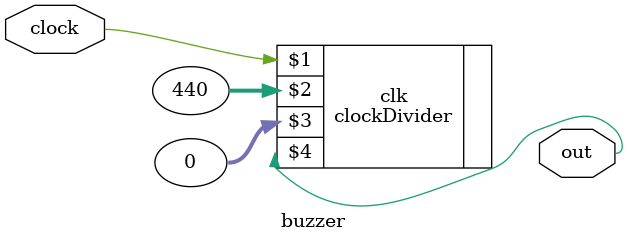
<source format=sv>
module buzzer (
    input clock,
    output logic out
);

    clockDivider clk(clock, 440, 0, out);
    
endmodule
</source>
